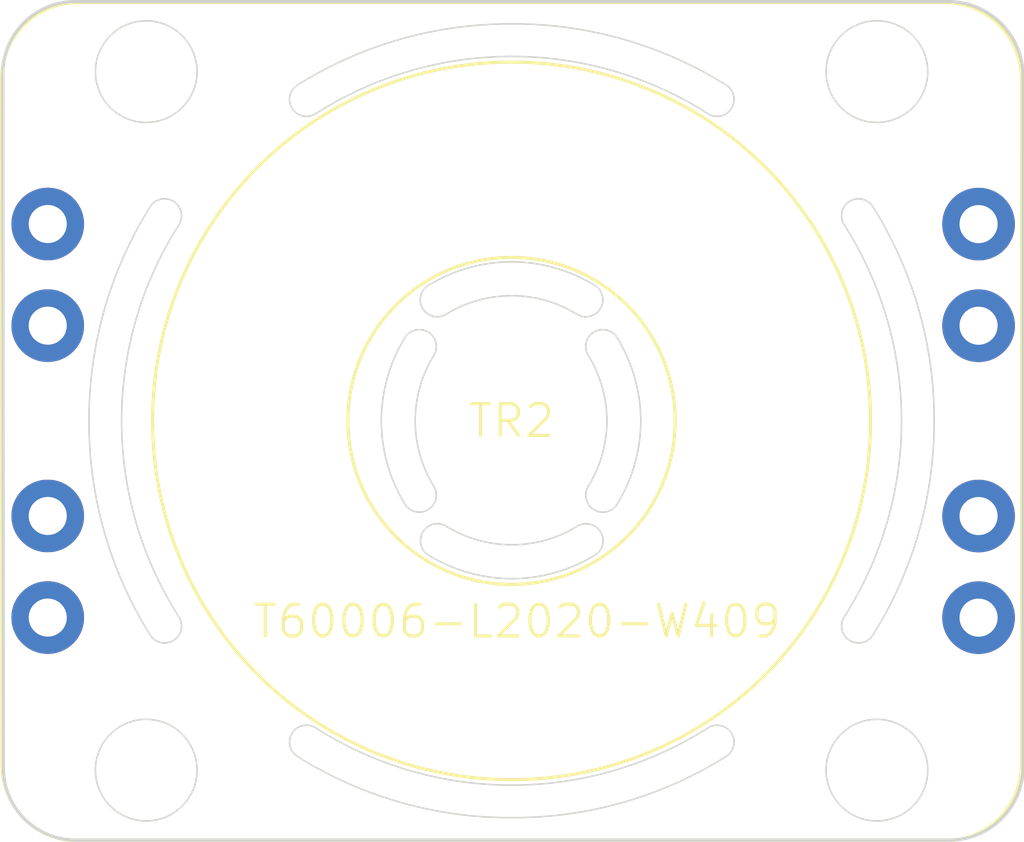
<source format=kicad_pcb>
(kicad_pcb (version 20221018) (generator pcbnew)
  (layers (0 "F.Cu" signal) (31 "B.Cu" signal) (34 "B.Paste" user) (35 "F.Paste" user) (36 "B.SilkS" user "B.Silkscreen") (37 "F.SilkS" user "F.Silkscreen") (38 "B.Mask" user) (39 "F.Mask" user) (44 "Edge.Cuts" user))
  (net 0 "")
  (footprint "CustomFootprints:HighIsoTransformer" (layer "F.Cu") (at 155.387054 70.025366)
    (fp_text reference "TR2" (at 0 0 unlocked) (layer "F.SilkS") (effects (font (thickness 0.1))))
    (fp_text value "TRANSF6")
    (fp_text user "T60006-L2020-W409" (at -8.2 6.9 unlocked) (layer "F.SilkS") (effects (font (thickness 0.1)) (justify left bottom)))
    (fp_line (start -16.0528 -10.7696) (end -16.040752 10.8204) (stroke (width 0.1)) (layer "F.SilkS"))
    (fp_line (start -13.633776 13.227376) (end 13.645824 13.227376) (stroke (width 0.1)) (layer "F.SilkS"))
    (fp_line (start 13.645824 -13.176576) (end -13.645824 -13.176576) (stroke (width 0.1)) (layer "F.SilkS"))
    (fp_line (start 16.0528 10.8204) (end 16.0528 -10.7696) (stroke (width 0.1)) (layer "F.SilkS"))
    (fp_arc (start -16.0528 -10.7696) (mid -15.347813 -12.471589) (end -13.645824 -13.176576) (stroke (width 0.1)) (layer "F.SilkS"))
    (fp_arc (start -13.633776 13.227376) (mid -15.335765 12.522389) (end -16.040752 10.8204) (stroke (width 0.1)) (layer "F.SilkS"))
    (fp_arc (start 13.645824 -13.176576) (mid 15.347813 -12.471589) (end 16.0528 -10.7696) (stroke (width 0.1)) (layer "F.SilkS"))
    (fp_arc (start 16.0528 10.8204) (mid 15.347813 12.522389) (end 13.645824 13.227376) (stroke (width 0.1)) (layer "F.SilkS"))
    (fp_circle (center 0 0) (end 5.15 0) (stroke (width 0.1)) (fill none) (layer "F.SilkS"))
    (fp_circle (center 0 0) (end 11.3 0) (stroke (width 0.1)) (fill none) (layer "F.SilkS"))
    (fp_arc (start -13.299997 0) (mid -12.813172 -3.519713) (end -11.362833 -6.763459) (stroke (width 0.05)) (layer "Edge.Cuts"))
    (fp_arc (start -12.275227 -0.000412) (mid -11.811229 -3.229848) (end -10.456772 -6.198012) (stroke (width 0.05)) (layer "Edge.Cuts"))
    (fp_arc (start -11.362834 -6.763459) (mid -10.639163 -6.914405) (end -10.456773 -6.198012) (stroke (width 0.05)) (layer "Edge.Cuts"))
    (fp_arc (start -11.362833 6.762634) (mid -12.81306 3.519285) (end -13.3 0) (stroke (width 0.05)) (layer "Edge.Cuts"))
    (fp_arc (start -10.456773 6.197188) (mid -11.81123 3.229024) (end -12.275228 -0.000412) (stroke (width 0.05)) (layer "Edge.Cuts"))
    (fp_arc (start -10.456773 6.197188) (mid -10.639163 6.913581) (end -11.362834 6.762635) (stroke (width 0.05)) (layer "Edge.Cuts"))
    (fp_arc (start -6.7564 10.560067) (mid -6.907346 9.836396) (end -6.190953 9.654006) (stroke (width 0.05)) (layer "Edge.Cuts"))
    (fp_arc (start -6.756399 -10.566399) (mid -3.513049 -12.016626) (end 0.006235 -12.503566) (stroke (width 0.05)) (layer "Edge.Cuts"))
    (fp_arc (start -6.190953 -9.660339) (mid -6.907346 -9.842729) (end -6.7564 -10.5664) (stroke (width 0.05)) (layer "Edge.Cuts"))
    (fp_arc (start -6.190953 -9.660339) (mid -3.222789 -11.014796) (end 0.006647 -11.478794) (stroke (width 0.05)) (layer "Edge.Cuts"))
    (fp_arc (start -4.1 -0.000594) (mid -3.905018 -1.37356) (end -3.34426 -2.641868) (stroke (width 0.05)) (layer "Edge.Cuts"))
    (fp_arc (start -3.344259 2.641272) (mid -3.905097 1.372679) (end -4.1 -0.000594) (stroke (width 0.05)) (layer "Edge.Cuts"))
    (fp_arc (start -3.344235 -2.642117) (mid -2.620564 -2.793063) (end -2.438174 -2.07667) (stroke (width 0.05)) (layer "Edge.Cuts"))
    (fp_arc (start -3.032478 -0.000297) (mid -2.880594 -1.080062) (end -2.438174 -2.07667) (stroke (width 0.05)) (layer "Edge.Cuts"))
    (fp_arc (start -2.641764 -4.254348) (mid -1.373372 -4.815193) (end -0.000297 -5.010205) (stroke (width 0.05)) (layer "Edge.Cuts"))
    (fp_arc (start -2.63547 4.214296) (mid -2.786416 3.490625) (end -2.070023 3.308235) (stroke (width 0.05)) (layer "Edge.Cuts"))
    (fp_arc (start -2.438174 2.076076) (mid -2.620564 2.792469) (end -3.344235 2.641523) (stroke (width 0.05)) (layer "Edge.Cuts"))
    (fp_arc (start -2.438174 2.076076) (mid -2.880594 1.079468) (end -3.032478 -0.000297) (stroke (width 0.05)) (layer "Edge.Cuts"))
    (fp_arc (start -2.076372 -3.348378) (mid -2.792765 -3.530765) (end -2.641827 -4.254437) (stroke (width 0.05)) (layer "Edge.Cuts"))
    (fp_arc (start -2.076372 -3.348378) (mid -1.079765 -3.790797) (end 0 -3.942683) (stroke (width 0.05)) (layer "Edge.Cuts"))
    (fp_arc (start -0.000297 -5.010205) (mid 1.372977 -4.815303) (end 2.641569 -4.254464) (stroke (width 0.05)) (layer "Edge.Cuts"))
    (fp_arc (start 0 -3.942683) (mid 1.079765 -3.790798) (end 2.076373 -3.348379) (stroke (width 0.05)) (layer "Edge.Cuts"))
    (fp_arc (start 0.006235 12.497233) (mid -3.513049 12.010293) (end -6.756399 10.560066) (stroke (width 0.05)) (layer "Edge.Cuts"))
    (fp_arc (start 0.00635 3.902539) (mid -1.073415 3.750654) (end -2.070023 3.308235) (stroke (width 0.05)) (layer "Edge.Cuts"))
    (fp_arc (start 0.006647 -11.478794) (mid 3.236083 -11.014796) (end 6.204247 -9.660339) (stroke (width 0.05)) (layer "Edge.Cuts"))
    (fp_arc (start 0.006647 4.970061) (mid -1.366627 4.775159) (end -2.635219 4.21432) (stroke (width 0.05)) (layer "Edge.Cuts"))
    (fp_arc (start 0.006647 11.472461) (mid -3.222789 11.008463) (end -6.190953 9.654006) (stroke (width 0.05)) (layer "Edge.Cuts"))
    (fp_arc (start 0.007059 -12.503566) (mid 3.526343 -12.016626) (end 6.769693 -10.566399) (stroke (width 0.05)) (layer "Edge.Cuts"))
    (fp_arc (start 2.082723 3.308235) (mid 1.086115 3.750654) (end 0.00635 3.902539) (stroke (width 0.05)) (layer "Edge.Cuts"))
    (fp_arc (start 2.082723 3.308235) (mid 2.799116 3.490625) (end 2.64817 4.214296) (stroke (width 0.05)) (layer "Edge.Cuts"))
    (fp_arc (start 2.405696 -2.076373) (mid 2.848115 -1.079765) (end 3 0) (stroke (width 0.05)) (layer "Edge.Cuts"))
    (fp_arc (start 2.405696 -2.076373) (mid 2.588086 -2.792766) (end 3.311757 -2.64182) (stroke (width 0.05)) (layer "Edge.Cuts"))
    (fp_arc (start 2.641634 -4.254559) (mid 2.792818 -3.530862) (end 2.076373 -3.348379) (stroke (width 0.05)) (layer "Edge.Cuts"))
    (fp_arc (start 2.64792 4.214321) (mid 1.379613 4.775079) (end 0.006647 4.970061) (stroke (width 0.05)) (layer "Edge.Cuts"))
    (fp_arc (start 3 0) (mid 2.848115 1.079765) (end 2.405696 2.076373) (stroke (width 0.05)) (layer "Edge.Cuts"))
    (fp_arc (start 3.311757 2.64182) (mid 2.588081 2.792767) (end 2.405696 2.076373) (stroke (width 0.05)) (layer "Edge.Cuts"))
    (fp_arc (start 3.311781 -2.641569) (mid 3.87262 -1.372977) (end 4.067522 0.000297) (stroke (width 0.05)) (layer "Edge.Cuts"))
    (fp_arc (start 4.067521 0.000297) (mid 3.872539 1.373263) (end 3.311781 2.64157) (stroke (width 0.05)) (layer "Edge.Cuts"))
    (fp_arc (start 6.204247 9.654006) (mid 3.236083 11.008463) (end 0.006647 11.472461) (stroke (width 0.05)) (layer "Edge.Cuts"))
    (fp_arc (start 6.204247 9.654006) (mid 6.92064 9.836396) (end 6.769694 10.560067) (stroke (width 0.05)) (layer "Edge.Cuts"))
    (fp_arc (start 6.769693 10.560066) (mid 3.526343 12.010293) (end 0.007059 12.497233) (stroke (width 0.05)) (layer "Edge.Cuts"))
    (fp_arc (start 6.769694 -10.5664) (mid 6.92064 -9.842729) (end 6.204247 -9.660339) (stroke (width 0.05)) (layer "Edge.Cuts"))
    (fp_arc (start 10.456773 -6.1976) (mid 10.639161 -6.91399) (end 11.362834 -6.763047) (stroke (width 0.05)) (layer "Edge.Cuts"))
    (fp_arc (start 10.456773 -6.1976) (mid 11.81123 -3.229436) (end 12.275228 0) (stroke (width 0.05)) (layer "Edge.Cuts"))
    (fp_arc (start 11.362833 -6.763046) (mid 12.81306 -3.519696) (end 13.3 -0.000412) (stroke (width 0.05)) (layer "Edge.Cuts"))
    (fp_arc (start 11.362834 6.763047) (mid 10.639178 6.913965) (end 10.456773 6.1976) (stroke (width 0.05)) (layer "Edge.Cuts"))
    (fp_arc (start 12.275228 0) (mid 11.81123 3.229436) (end 10.456773 6.1976) (stroke (width 0.05)) (layer "Edge.Cuts"))
    (fp_arc (start 13.3 0.000412) (mid 12.81306 3.519696) (end 11.362833 6.763046) (stroke (width 0.05)) (layer "Edge.Cuts"))
    (fp_circle (center -11.5 -11) (end -9.9 -11) (stroke (width 0.05)) (fill none) (layer "Edge.Cuts"))
    (fp_circle (center -11.5 11) (end -9.9 11) (stroke (width 0.05)) (fill none) (layer "Edge.Cuts"))
    (fp_circle (center 11.5 -11) (end 13.1 -11) (stroke (width 0.05)) (fill none) (layer "Edge.Cuts"))
    (fp_circle (center 11.5 11) (end 13.1 11) (stroke (width 0.05)) (fill none) (layer "Edge.Cuts"))
    (pad "1" thru_hole circle (at -14.6 -6.2) (size 2.286 2.286) (drill 1.2) (layers "*.Cu" "*.Mask"))
    (pad "2" thru_hole circle (at -14.6 -2.9996) (size 2.286 2.286) (drill 1.2) (layers "*.Cu" "*.Mask"))
    (pad "3" thru_hole circle (at -14.6 2.9948) (size 2.286 2.286) (drill 1.2) (layers "*.Cu" "*.Mask"))
    (pad "4" thru_hole circle (at -14.6 6.1952) (size 2.286 2.286) (drill 1.2) (layers "*.Cu" "*.Mask"))
    (pad "5" thru_hole circle (at 14.7 -6.1976) (size 2.286 2.286) (drill 1.2) (layers "*.Cu" "*.Mask"))
    (pad "6" thru_hole circle (at 14.7 -2.9972) (size 2.286 2.286) (drill 1.2) (layers "*.Cu" "*.Mask"))
    (pad "7" thru_hole circle (at 14.7 2.9972) (size 2.286 2.286) (drill 1.2) (layers "*.Cu" "*.Mask"))
    (pad "8" thru_hole circle (at 14.7 6.1976) (size 2.286 2.286) (drill 1.2) (layers "*.Cu" "*.Mask"))
  )
  (gr_arc (start 171.49031 80.919752) (mid 170.815006 82.550004) (end 169.184754 83.225308) (stroke (width 0.1)) (layer "Edge.Cuts"))
  (gr_arc (start 141.654296 83.225308) (mid 140.053568 82.562294) (end 139.390554 80.961566) (stroke (width 0.1)) (layer "Edge.Cuts"))
  (gr_line (start 139.375169 59.083065) (end 139.390554 80.961566) (stroke (width 0.1)) (layer "Edge.Cuts"))
  (gr_line (start 169.133954 56.819323) (end 141.638911 56.819323) (stroke (width 0.1)) (layer "Edge.Cuts"))
  (gr_line (start 141.654296 83.225308) (end 169.184754 83.225308) (stroke (width 0.1)) (layer "Edge.Cuts"))
  (gr_arc (start 139.375169 59.083065) (mid 140.03821 57.482364) (end 141.638911 56.819323) (stroke (width 0.1)) (layer "Edge.Cuts"))
  (gr_line (start 171.489253 59.174622) (end 171.49031 80.919752) (stroke (width 0.1)) (layer "Edge.Cuts"))
  (gr_arc (start 169.133954 56.819323) (mid 170.799411 57.509165) (end 171.489253 59.174622) (stroke (width 0.1)) (layer "Edge.Cuts"))
)
</source>
